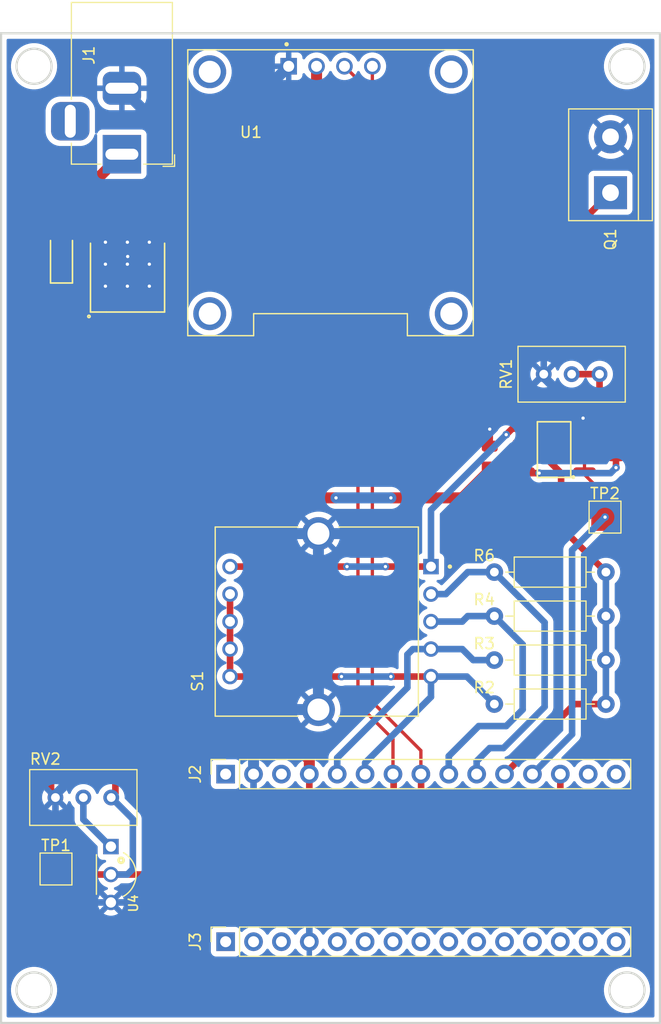
<source format=kicad_pcb>
(kicad_pcb (version 20241229) (generator "pcbnew") (generator_version "9.0")
  (layers (0 "F.Cu" signal) (2 "B.Cu" signal) (13 "F.Paste" user) (15 "B.Paste" user) (5 "F.SilkS" user "F.Silkscreen") (7 "B.SilkS" user "B.Silkscreen") (1 "F.Mask" user) (3 "B.Mask" user) (25 "Edge.Cuts" user))
  (net 0 "")
  (net 2 "GND")
  (net 3 "+9V")
  (net 4 "+5V")
  (net 5 "Net-(D1-Pad2)")
  (net 6 "Net-(U3A-+)")
  (net 7 "U_{PHTR}")
  (net 8 "U_{OUT}")
  (net 9 "A4")
  (net 10 "A5")
  (net 11 "Net-(Q1-C)")
  (net 12 "+5VRef")
  (net 13 "Net-(RV2-Pad2)")
  (net 14 "R1")
  (net 15 "R2")
  (net 16 "R3")
  (net 17 "R4")
  (footprint "PCM_JLCPCB:R_0805" (layer "F.Cu") (at 108 121.5 -90)
    (property "Reference" "R5" (hide yes))
    (property "Value" "33kΩ")
    (pad "1" smd roundrect (at -0.91 0 270) (size 1.02 1.4) (layers "F.Cu" "F.Mask" "F.Paste") (roundrect_rratio 0.243902) (net 9 "A4"))
    (pad "2" smd roundrect (at 0.91 0 270) (size 1.02 1.4) (layers "F.Cu" "F.Mask" "F.Paste") (roundrect_rratio 0.243902) (net 4 "+5V"))
  )
  (footprint "PCM_JLCPCB:C_0805" (layer "F.Cu") (at 114.5 88.5 90)
    (property "Reference" "C3" (hide yes))
    (property "Value" "100nF")
    (pad "1" smd roundrect (at -0.95 0 90) (size 1 1.45) (layers "F.Cu" "F.Mask" "F.Paste") (net 4 "+5V"))
    (pad "2" smd roundrect (at 0.95 0 90) (size 1 1.45) (layers "F.Cu" "F.Mask" "F.Paste") (net 2 "GND"))
  )
  (footprint "PCM_JLCPCB:TO-252-2_L6.5-W6.1-P4.58-LS10.0-TL" (layer "F.Cu") (at 81.5 74 90)
    (property "Reference" "U2" (hide yes))
    (property "Value" "L78M05ABDT-TR")
    (fp_line (start 4.9 -3.36) (end -1.35 -3.36) (stroke (width 0.15)) (layer "F.SilkS"))
    (fp_line (start -1.35 -3.36) (end -1.35 3.39) (stroke (width 0.15)) (layer "F.SilkS"))
    (fp_line (start -1.35 -1.91) (end -1.35 -1.92) (stroke (width 0.15)) (layer "F.SilkS"))
    (fp_line (start -1.35 2.65) (end -1.35 2.63) (stroke (width 0.15)) (layer "F.SilkS"))
    (fp_line (start 4.9 3.39) (end -1.35 3.39) (stroke (width 0.15)) (layer "F.SilkS"))
    (fp_circle (center -1.75 -3.5) (end -1.72 -3.5) (stroke (width 0.15)) (fill no) (layer "F.SilkS"))
    (pad "1" smd roundrect (at -3.48 -2.29 90) (size 2.8 1.35) (layers "F.Cu" "F.Mask" "F.Paste") (roundrect_rratio 0.1851851852) (net 3 "+9V"))
    (pad "3" smd roundrect (at -3.48 2.29 90) (size 2.8 1.5) (layers "F.Cu" "F.Mask" "F.Paste") (roundrect_rratio 0.1666666667) (net 4 "+5V"))
    (pad "4" thru_hole circle (at 1 -2 90) (size 0.4 0.4) (drill 0.3) (layers "*.Cu" "*.Mask") (net 2 "GND"))
    (pad "4" thru_hole circle (at 1 0 90) (size 0.4 0.4) (drill 0.3) (layers "*.Cu" "*.Mask") (net 2 "GND"))
    (pad "4" thru_hole circle (at 1 2 90) (size 0.4 0.4) (drill 0.3) (layers "*.Cu" "*.Mask") (net 2 "GND"))
    (pad "4" thru_hole circle (at 3 -2 90) (size 0.4 0.4) (drill 0.3) (layers "*.Cu" "*.Mask") (net 2 "GND"))
    (pad "4" thru_hole circle (at 3 0 90) (size 0.4 0.4) (drill 0.3) (layers "*.Cu" "*.Mask") (net 2 "GND"))
    (pad "4" smd roundrect (at 3 0 90) (size 5 5) (layers "B.Cu") (roundrect_rratio 0.1) (net 2 "GND"))
    (pad "4" thru_hole circle (at 3 2 90) (size 0.4 0.4) (drill 0.3) (layers "*.Cu" "*.Mask") (net 2 "GND"))
    (pad "4" smd roundrect (at 3.48 0.02 90) (size 6.5 6) (layers "F.Cu" "F.Mask" "F.Paste") (roundrect_rratio 0.04166666667) (net 2 "GND"))
    (pad "4" thru_hole circle (at 5 -2 90) (size 0.4 0.4) (drill 0.3) (layers "*.Cu" "*.Mask") (net 2 "GND"))
    (pad "4" thru_hole circle (at 5 0 90) (size 0.4 0.4) (drill 0.3) (layers "*.Cu" "*.Mask") (net 2 "GND"))
    (pad "4" thru_hole circle (at 5 2 90) (size 0.4 0.4) (drill 0.3) (layers "*.Cu" "*.Mask") (net 2 "GND"))
  )
  (footprint "Potentiometer_THT:Potentiometer_Bourns_3296W_Vertical" (layer "F.Cu") (at 124.5 81)
    (property "Reference" "RV1" (at -8.5 0 90) (layer "F.SilkS"))
    (property "Value" "10k")
    (fp_line (start -7.425 -2.53) (end -7.425 2.54) (stroke (width 0.12)) (layer "F.SilkS"))
    (fp_line (start -7.425 -2.53) (end 2.345 -2.53) (stroke (width 0.12)) (layer "F.SilkS"))
    (fp_line (start -7.425 2.54) (end 2.345 2.54) (stroke (width 0.12)) (layer "F.SilkS"))
    (fp_line (start 2.345 -2.53) (end 2.345 2.54) (stroke (width 0.12)) (layer "F.SilkS"))
    (pad "1" thru_hole circle (at 0 0) (size 1.44 1.44) (drill 0.8) (layers "*.Cu" "*.Mask") (net 6 "Net-(U3A-+)"))
    (pad "2" thru_hole circle (at -2.54 0) (size 1.44 1.44) (drill 0.8) (layers "*.Cu" "*.Mask") (net 6 "Net-(U3A-+)"))
    (pad "3" thru_hole circle (at -5.08 0) (size 1.44 1.44) (drill 0.8) (layers "*.Cu" "*.Mask") (net 2 "GND"))
  )
  (footprint "Resistor_THT:R_Axial_DIN0207_L6.3mm_D2.5mm_P10.16mm_Horizontal" (layer "F.Cu") (at 114.92 99)
    (property "Reference" "R6" (at -0.92 -1.5 0) (layer "F.SilkS"))
    (property "Value" "100k")
    (fp_line (start 1.04 0) (end 1.81 0) (stroke (width 0.12)) (layer "F.SilkS"))
    (fp_line (start 1.81 -1.37) (end 1.81 1.37) (stroke (width 0.12)) (layer "F.SilkS"))
    (fp_line (start 1.81 1.37) (end 8.35 1.37) (stroke (width 0.12)) (layer "F.SilkS"))
    (fp_line (start 8.35 -1.37) (end 1.81 -1.37) (stroke (width 0.12)) (layer "F.SilkS"))
    (fp_line (start 8.35 1.37) (end 8.35 -1.37) (stroke (width 0.12)) (layer "F.SilkS"))
    (fp_line (start 9.12 0) (end 8.35 0) (stroke (width 0.12)) (layer "F.SilkS"))
    (pad "1" thru_hole circle (at 0 0) (size 1.6 1.6) (drill 0.8) (layers "*.Cu" "*.Mask") (net 17 "R4"))
    (pad "2" thru_hole oval (at 10.16 0) (size 1.6 1.6) (drill 0.8) (layers "*.Cu" "*.Mask") (net 8 "U_{OUT}"))
  )
  (footprint "TestPoint:TestPoint_Pad_2.5x2.5mm" (layer "F.Cu") (at 125 94)
    (property "Reference" "TP2" (at 0 -2.148 0) (layer "F.SilkS"))
    (property "Value" "1.0V PhtUcc")
    (fp_line (start -1.45 -1.45) (end 1.45 -1.45) (stroke (width 0.12)) (layer "F.SilkS"))
    (fp_line (start -1.45 1.45) (end -1.45 -1.45) (stroke (width 0.12)) (layer "F.SilkS"))
    (fp_line (start 1.45 -1.45) (end 1.45 1.45) (stroke (width 0.12)) (layer "F.SilkS"))
    (fp_line (start 1.45 1.45) (end -1.45 1.45) (stroke (width 0.12)) (layer "F.SilkS"))
    (pad "1" smd rect (at 0 0) (size 2.5 2.5) (layers "F.Cu" "F.Mask") (net 7 "U_{PHTR}"))
  )
  (footprint "Resistor_THT:R_Axial_DIN0207_L6.3mm_D2.5mm_P10.16mm_Horizontal" (layer "F.Cu") (at 114.92 103)
    (property "Reference" "R4" (at -0.92 -1.5 0) (layer "F.SilkS"))
    (property "Value" "22k")
    (fp_line (start 1.04 0) (end 1.81 0) (stroke (width 0.12)) (layer "F.SilkS"))
    (fp_line (start 1.81 -1.37) (end 1.81 1.37) (stroke (width 0.12)) (layer "F.SilkS"))
    (fp_line (start 1.81 1.37) (end 8.35 1.37) (stroke (width 0.12)) (layer "F.SilkS"))
    (fp_line (start 8.35 -1.37) (end 1.81 -1.37) (stroke (width 0.12)) (layer "F.SilkS"))
    (fp_line (start 8.35 1.37) (end 8.35 -1.37) (stroke (width 0.12)) (layer "F.SilkS"))
    (fp_line (start 9.12 0) (end 8.35 0) (stroke (width 0.12)) (layer "F.SilkS"))
    (pad "1" thru_hole circle (at 0 0) (size 1.6 1.6) (drill 0.8) (layers "*.Cu" "*.Mask") (net 16 "R3"))
    (pad "2" thru_hole oval (at 10.16 0) (size 1.6 1.6) (drill 0.8) (layers "*.Cu" "*.Mask") (net 8 "U_{OUT}"))
  )
  (footprint "PCM_JLCPCB:C_0805" (layer "F.Cu") (at 75.5 114 180)
    (property "Reference" "C4" (hide yes))
    (property "Value" "100nF")
    (pad "1" smd roundrect (at -0.95 0 180) (size 1 1.45) (layers "F.Cu" "F.Mask" "F.Paste") (net 3 "+9V"))
    (pad "2" smd roundrect (at 0.95 0 180) (size 1 1.45) (layers "F.Cu" "F.Mask" "F.Paste") (net 2 "GND"))
  )
  (footprint "PCM_JLCPCB:D_SOD-123FL" (layer "F.Cu") (at 75.5 70.5 90)
    (property "Reference" "D1" (hide yes))
    (property "Value" "1N4001W")
    (fp_line (start -2.21 -1) (end 1.65 -1) (stroke (width 0.15)) (layer "F.SilkS"))
    (fp_line (start -2.21 -1) (end -2.21 1) (stroke (width 0.15)) (layer "F.SilkS"))
    (fp_line (start -2.21 1) (end 1.65 1) (stroke (width 0.15)) (layer "F.SilkS"))
    (pad "1" smd roundrect (at -1.4 0 90) (size 1.1 1.6) (layers "F.Cu" "F.Mask" "F.Paste") (roundrect_rratio 0.2272727273) (net 3 "+9V"))
    (pad "2" smd roundrect (at 1.4 0 90) (size 1.1 1.6) (layers "F.Cu" "F.Mask" "F.Paste") (roundrect_rratio 0.2272727273) (net 5 "Net-(D1-Pad2)"))
  )
  (footprint "TestPoint:TestPoint_Pad_2.5x2.5mm" (layer "F.Cu") (at 75 126)
    (property "Reference" "TP1" (at 0 -2.148 0) (layer "F.SilkS"))
    (property "Value" "5.0V Ref")
    (fp_line (start -1.45 -1.45) (end 1.45 -1.45) (stroke (width 0.12)) (layer "F.SilkS"))
    (fp_line (start -1.45 1.45) (end -1.45 -1.45) (stroke (width 0.12)) (layer "F.SilkS"))
    (fp_line (start 1.45 -1.45) (end 1.45 1.45) (stroke (width 0.12)) (layer "F.SilkS"))
    (fp_line (start 1.45 1.45) (end -1.45 1.45) (stroke (width 0.12)) (layer "F.SilkS"))
    (pad "1" smd rect (at 0 0) (size 2.5 2.5) (layers "F.Cu" "F.Mask") (net 12 "+5VRef"))
  )
  (footprint "PCM_JLCPCB:R_0805" (layer "F.Cu") (at 105.5 121.5 -90)
    (property "Reference" "R7" (hide yes))
    (property "Value" "33kΩ")
    (pad "1" smd roundrect (at -0.91 0 270) (size 1.02 1.4) (layers "F.Cu" "F.Mask" "F.Paste") (roundrect_rratio 0.243902) (net 10 "A5"))
    (pad "2" smd roundrect (at 0.91 0 270) (size 1.02 1.4) (layers "F.Cu" "F.Mask" "F.Paste") (roundrect_rratio 0.243902) (net 4 "+5V"))
  )
  (footprint "Resistor_THT:R_Axial_DIN0207_L6.3mm_D2.5mm_P10.16mm_Horizontal" (layer "F.Cu") (at 114.92 107)
    (property "Reference" "R3" (at -0.92 -1.5 0) (layer "F.SilkS"))
    (property "Value" "4.7k")
    (fp_line (start 1.04 0) (end 1.81 0) (stroke (width 0.12)) (layer "F.SilkS"))
    (fp_line (start 1.81 -1.37) (end 1.81 1.37) (stroke (width 0.12)) (layer "F.SilkS"))
    (fp_line (start 1.81 1.37) (end 8.35 1.37) (stroke (width 0.12)) (layer "F.SilkS"))
    (fp_line (start 8.35 -1.37) (end 1.81 -1.37) (stroke (width 0.12)) (layer "F.SilkS"))
    (fp_line (start 8.35 1.37) (end 8.35 -1.37) (stroke (width 0.12)) (layer "F.SilkS"))
    (fp_line (start 9.12 0) (end 8.35 0) (stroke (width 0.12)) (layer "F.SilkS"))
    (pad "1" thru_hole circle (at 0 0) (size 1.6 1.6) (drill 0.8) (layers "*.Cu" "*.Mask") (net 15 "R2"))
    (pad "2" thru_hole oval (at 10.16 0) (size 1.6 1.6) (drill 0.8) (layers "*.Cu" "*.Mask") (net 8 "U_{OUT}"))
  )
  (footprint "PCM_JLCPCB:R_0805" (layer "F.Cu") (at 126 87.5 90)
    (property "Reference" "R1" (hide yes))
    (property "Value" "33kΩ")
    (pad "1" smd roundrect (at -0.91 0 90) (size 1.02 1.4) (layers "F.Cu" "F.Mask" "F.Paste") (roundrect_rratio 0.243902) (net 4 "+5V"))
    (pad "2" smd roundrect (at 0.91 0 90) (size 1.02 1.4) (layers "F.Cu" "F.Mask" "F.Paste") (roundrect_rratio 0.243902) (net 6 "Net-(U3A-+)"))
  )
  (footprint "OtherKicadParts:TO-92-TO92-254P520H877-3" (layer "F.Cu") (at 80 126.5 -90)
    (property "Reference" "U4" (at 2.626 -2.054 90) (layer "F.SilkS") (effects (font (size 0.8 0.8))))
    (property "Value" "LM336Z5")
    (fp_line (start -1.8 1.32) (end 1.8 1.32) (stroke (width 0.127)) (layer "F.SilkS"))
    (fp_arc (start -1.98 -1.149999) (mid 0 -2.293153) (end 1.98 -1.15) (stroke (width 0.127)) (layer "F.SilkS"))
    (fp_circle (center -1.29 -0.93) (end -1.19 -0.93) (stroke (width 0.25)) (fill no) (layer "F.SilkS"))
    (pad "1" thru_hole rect (at -2.54 0 270) (size 1.41 1.41) (drill 0.94) (layers "*.Cu" "*.Mask") (net 13 "Net-(RV2-Pad2)"))
    (pad "2" thru_hole circle (at 0 0 270) (size 1.41 1.41) (drill 0.94) (layers "*.Cu" "*.Mask") (net 12 "+5VRef"))
    (pad "3" thru_hole circle (at 2.54 0 270) (size 1.41 1.41) (drill 0.94) (layers "*.Cu" "*.Mask") (net 2 "GND"))
  )
  (footprint "PCM_JLCPCB:R_0805" (layer "F.Cu") (at 79.5 114)
    (property "Reference" "R8" (hide yes))
    (property "Value" "3.9kΩ")
    (pad "1" smd roundrect (at -0.91 0) (size 1.02 1.4) (layers "F.Cu" "F.Mask" "F.Paste") (roundrect_rratio 0.243902) (net 3 "+9V"))
    (pad "2" smd roundrect (at 0.91 0) (size 1.02 1.4) (layers "F.Cu" "F.Mask" "F.Paste") (roundrect_rratio 0.243902) (net 12 "+5VRef"))
  )
  (footprint "OtherKicadParts:SW_SR1712F-0203-20F0A-N9-N-027" (layer "F.Cu") (at 100 103.5 90)
    (property "Reference" "S1" (at -5.425 -12.115 90) (layer "F.SilkS"))
    (property "Value" "SRBV181004")
    (fp_line (start 8.6 -10.5) (end -8.6 -10.5) (stroke (width 0.127)) (layer "F.SilkS"))
    (fp_line (start -8.6 -10.5) (end -8.6 -2.95) (stroke (width 0.127)) (layer "F.SilkS"))
    (fp_line (start 8.6 -2.95) (end 8.6 -10.5) (stroke (width 0.127)) (layer "F.SilkS"))
    (fp_line (start 8.6 0.74) (end 8.6 8) (stroke (width 0.127)) (layer "F.SilkS"))
    (fp_line (start -8.6 0.74) (end -8.6 8) (stroke (width 0.127)) (layer "F.SilkS"))
    (fp_line (start 8.6 8) (end -8.6 8) (stroke (width 0.127)) (layer "F.SilkS"))
    (fp_circle (center 5 10.87) (end 5.1 10.87) (stroke (width 0.2)) (fill no) (layer "F.SilkS"))
    (pad "1" thru_hole rect (at 5 9.15 90) (size 1.408 1.408) (drill 0.9) (layers "*.Cu" "*.Mask") (net 11 "Net-(Q1-C)"))
    (pad "2" thru_hole circle (at 2.5 9.15 90) (size 1.408 1.408) (drill 0.9) (layers "*.Cu" "*.Mask") (net 17 "R4"))
    (pad "3" thru_hole circle (at 0 9.15 90) (size 1.408 1.408) (drill 0.9) (layers "*.Cu" "*.Mask") (net 16 "R3"))
    (pad "4" thru_hole circle (at -2.5 9.15 90) (size 1.408 1.408) (drill 0.9) (layers "*.Cu" "*.Mask") (net 15 "R2"))
    (pad "5" thru_hole circle (at -5 9.15 90) (size 1.408 1.408) (drill 0.9) (layers "*.Cu" "*.Mask") (net 14 "R1"))
    (pad "6" thru_hole circle (at -5 -9.15 90) (size 1.408 1.408) (drill 0.9) (layers "*.Cu" "*.Mask") (net 14 "R1"))
    (pad "7" thru_hole circle (at -2.5 -9.15 90) (size 1.408 1.408) (drill 0.9) (layers "*.Cu" "*.Mask") (net 14 "R1"))
    (pad "8" thru_hole circle (at 0 -9.15 90) (size 1.408 1.408) (drill 0.9) (layers "*.Cu" "*.Mask") (net 14 "R1"))
    (pad "9" thru_hole circle (at 2.5 -9.15 90) (size 1.408 1.408) (drill 0.9) (layers "*.Cu" "*.Mask") (net 14 "R1"))
    (pad "10" thru_hole circle (at 5 -9.15 90) (size 1.408 1.408) (drill 0.9) (layers "*.Cu" "*.Mask") (net 11 "Net-(Q1-C)"))
    (pad "SH1" thru_hole circle (at 8 -1.1 90) (size 3 3) (drill 2) (layers "*.Cu" "*.Mask") (net 2 "GND"))
    (pad "SH2" thru_hole circle (at -8 -1.1 90) (size 3 3) (drill 2) (layers "*.Cu" "*.Mask") (net 2 "GND"))
  )
  (footprint "Potentiometer_THT:Potentiometer_Bourns_3296W_Vertical" (layer "F.Cu") (at 74.95 119.5 180)
    (property "Reference" "RV2" (at 0.92 3.5 0) (layer "F.SilkS"))
    (property "Value" "10k")
    (fp_line (start 2.345 -2.53) (end 2.345 2.54) (stroke (width 0.12)) (layer "F.SilkS"))
    (fp_line (start -7.425 2.54) (end 2.345 2.54) (stroke (width 0.12)) (layer "F.SilkS"))
    (fp_line (start -7.425 -2.53) (end 2.345 -2.53) (stroke (width 0.12)) (layer "F.SilkS"))
    (fp_line (start -7.425 -2.53) (end -7.425 2.54) (stroke (width 0.12)) (layer "F.SilkS"))
    (pad "1" thru_hole circle (at 0 0 180) (size 1.44 1.44) (drill 0.8) (layers "*.Cu" "*.Mask") (net 2 "GND"))
    (pad "2" thru_hole circle (at -2.54 0 180) (size 1.44 1.44) (drill 0.8) (layers "*.Cu" "*.Mask") (net 13 "Net-(RV2-Pad2)"))
    (pad "3" thru_hole circle (at -5.08 0 180) (size 1.44 1.44) (drill 0.8) (layers "*.Cu" "*.Mask") (net 12 "+5VRef"))
  )
  (footprint "Connector_PinSocket_2.54mm:PinSocket_1x15_P2.54mm_Vertical" (layer "F.Cu") (at 90.45 132.61 90)
    (property "Reference" "J3" (at 0 -2.77 90) (layer "F.SilkS"))
    (property "Value" "ArduinoNano")
    (fp_line (start 1.33 -1.33) (end 1.33 0) (stroke (width 0.12)) (layer "F.SilkS"))
    (fp_line (start 0 -1.33) (end 1.33 -1.33) (stroke (width 0.12)) (layer "F.SilkS"))
    (fp_line (start 1.33 1.27) (end 1.33 36.89) (stroke (width 0.12)) (layer "F.SilkS"))
    (fp_line (start -1.33 1.27) (end 1.33 1.27) (stroke (width 0.12)) (layer "F.SilkS"))
    (fp_line (start -1.33 1.27) (end -1.33 36.89) (stroke (width 0.12)) (layer "F.SilkS"))
    (fp_line (start -1.33 36.89) (end 1.33 36.89) (stroke (width 0.12)) (layer "F.SilkS"))
    (pad "1" thru_hole rect (at 0 0 90) (size 1.7 1.7) (drill 1) (layers "*.Cu" "*.Mask"))
    (pad "2" thru_hole oval (at 0 2.54 90) (size 1.7 1.7) (drill 1) (layers "*.Cu" "*.Mask"))
    (pad "3" thru_hole oval (at 0 5.08 90) (size 1.7 1.7) (drill 1) (layers "*.Cu" "*.Mask"))
    (pad "4" thru_hole oval (at 0 7.62 90) (size 1.7 1.7) (drill 1) (layers "*.Cu" "*.Mask") (net 2 "GND"))
    (pad "5" thru_hole oval (at 0 10.16 90) (size 1.7 1.7) (drill 1) (layers "*.Cu" "*.Mask"))
    (pad "6" thru_hole oval (at 0 12.7 90) (size 1.7 1.7) (drill 1) (layers "*.Cu" "*.Mask"))
    (pad "7" thru_hole oval (at 0 15.24 90) (size 1.7 1.7) (drill 1) (layers "*.Cu" "*.Mask"))
    (pad "8" thru_hole oval (at 0 17.78 90) (size 1.7 1.7) (drill 1) (layers "*.Cu" "*.Mask"))
    (pad "9" thru_hole oval (at 0 20.32 90) (size 1.7 1.7) (drill 1) (layers "*.Cu" "*.Mask"))
    (pad "10" thru_hole oval (at 0 22.86 90) (size 1.7 1.7) (drill 1) (layers "*.Cu" "*.Mask"))
    (pad "11" thru_hole oval (at 0 25.4 90) (size 1.7 1.7) (drill 1) (layers "*.Cu" "*.Mask"))
    (pad "12" thru_hole oval (at 0 27.94 90) (size 1.7 1.7) (drill 1) (layers "*.Cu" "*.Mask"))
    (pad "13" thru_hole oval (at 0 30.48 90) (size 1.7 1.7) (drill 1) (layers "*.Cu" "*.Mask"))
    (pad "14" thru_hole oval (at 0 33.02 90) (size 1.7 1.7) (drill 1) (layers "*.Cu" "*.Mask"))
    (pad "15" thru_hole oval (at 0 35.56 90) (size 1.7 1.7) (drill 1) (layers "*.Cu" "*.Mask"))
  )
  (footprint "Connector_BarrelJack:BarrelJack_Horizontal" (layer "F.Cu") (at 81 61 -90)
    (property "Reference" "J1" (at -9 3 90) (layer "F.SilkS"))
    (property "Value" "Barrel_Jack_Switch")
    (fp_line (start -13.8 4.6) (end -13.8 -4.6) (stroke (width 0.12)) (layer "F.SilkS"))
    (fp_line (start -5 4.6) (end -13.8 4.6) (stroke (width 0.12)) (layer "F.SilkS"))
    (fp_line (start 0.9 4.6) (end -1 4.6) (stroke (width 0.12)) (layer "F.SilkS"))
    (fp_line (start 0.9 1.9) (end 0.9 4.6) (stroke (width 0.12)) (layer "F.SilkS"))
    (fp_line (start 1.1 -3.75) (end 1.1 -4.8) (stroke (width 0.12)) (layer "F.SilkS"))
    (fp_line (start -13.8 -4.6) (end 0.9 -4.6) (stroke (width 0.12)) (layer "F.SilkS"))
    (fp_line (start 0.9 -4.6) (end 0.9 -2) (stroke (width 0.12)) (layer "F.SilkS"))
    (fp_line (start 0.05 -4.8) (end 1.1 -4.8) (stroke (width 0.12)) (layer "F.SilkS"))
    (pad "1" thru_hole rect (at 0 0 270) (size 3.5 3.5) (drill oval 1 3) (layers "*.Cu" "*.Mask") (net 5 "Net-(D1-Pad2)"))
    (pad "2" thru_hole roundrect (at -6 0 270) (size 3 3.5) (drill oval 1 3) (layers "*.Cu" "*.Mask") (net 2 "GND"))
    (pad "3" thru_hole roundrect (at -3 4.7 270) (size 3.5 3.5) (drill oval 3 1) (layers "*.Cu" "*.Mask"))
  )
  (footprint "PCM_JLCPCB:C_0805" (layer "F.Cu") (at 78 81.5)
    (property "Reference" "C1" (hide yes))
    (property "Value" "330nF")
    (pad "1" smd roundrect (at -0.95 0) (size 1 1.45) (layers "F.Cu" "F.Mask" "F.Paste") (net 3 "+9V"))
    (pad "2" smd roundrect (at 0.95 0) (size 1 1.45) (layers "F.Cu" "F.Mask" "F.Paste") (net 2 "GND"))
  )
  (footprint "PCM_JLCPCB:C_0805" (layer "F.Cu") (at 82.5 81.5 180)
    (property "Reference" "C2" (hide yes))
    (property "Value" "100nF")
    (pad "1" smd roundrect (at -0.95 0 180) (size 1 1.45) (layers "F.Cu" "F.Mask" "F.Paste") (net 4 "+5V"))
    (pad "2" smd roundrect (at 0.95 0 180) (size 1 1.45) (layers "F.Cu" "F.Mask" "F.Paste") (net 2 "GND"))
  )
  (footprint "Connector_PinSocket_2.54mm:PinSocket_1x15_P2.54mm_Vertical" (layer "F.Cu") (at 90.45 117.37 90)
    (property "Reference" "J2" (at 0 -2.77 90) (layer "F.SilkS"))
    (property "Value" "ArduinoNano")
    (fp_line (start 1.33 -1.33) (end 1.33 0) (stroke (width 0.12)) (layer "F.SilkS"))
    (fp_line (start 0 -1.33) (end 1.33 -1.33) (stroke (width 0.12)) (layer "F.SilkS"))
    (fp_line (start 1.33 1.27) (end 1.33 36.89) (stroke (width 0.12)) (layer "F.SilkS"))
    (fp_line (start -1.33 1.27) (end 1.33 1.27) (stroke (width 0.12)) (layer "F.SilkS"))
    (fp_line (start -1.33 1.27) (end -1.33 36.89) (stroke (width 0.12)) (layer "F.SilkS"))
    (fp_line (start -1.33 36.89) (end 1.33 36.89) (stroke (width 0.12)) (layer "F.SilkS"))
    (pad "1" thru_hole rect (at 0 0 90) (size 1.7 1.7) (drill 1) (layers "*.Cu" "*.Mask"))
    (pad "2" thru_hole oval (at 0 2.54 90) (size 1.7 1.7) (drill 1) (layers "*.Cu" "*.Mask") (net 2 "GND"))
    (pad "3" thru_hole oval (at 0 5.08 90) (size 1.7 1.7) (drill 1) (layers "*.Cu" "*.Mask"))
    (pad "4" thru_hole oval (at 0 7.62 90) (size 1.7 1.7) (drill 1) (layers "*.Cu" "*.Mask") (net 4 "+5V"))
    (pad "5" thru_hole oval (at 0 10.16 90) (size 1.7 1.7) (drill 1) (layers "*.Cu" "*.Mask") (net 15 "R2"))
    (pad "6" thru_hole oval (at 0 12.7 90) (size 1.7 1.7) (drill 1) (layers "*.Cu" "*.Mask") (net 14 "R1"))
    (pad "7" thru_hole oval (at 0 15.24 90) (size 1.7 1.7) (drill 1) (layers "*.Cu" "*.Mask") (net 10 "A5"))
    (pad "8" thru_hole oval (at 0 17.78 90) (size 1.7 1.7) (drill 1) (layers "*.Cu" "*.Mask") (net 9 "A4"))
    (pad "9" thru_hole oval (at 0 20.32 90) (size 1.7 1.7) (drill 1) (layers "*.Cu" "*.Mask") (net 16 "R3"))
    (pad "10" thru_hole oval (at 0 22.86 90) (size 1.7 1.7) (drill 1) (layers "*.Cu" "*.Mask") (net 17 "R4"))
    (pad "11" thru_hole oval (at 0 25.4 90) (size 1.7 1.7) (drill 1) (layers "*.Cu" "*.Mask") (net 8 "U_{OUT}"))
    (pad "12" thru_hole oval (at 0 27.94 90) (size 1.7 1.7) (drill 1) (layers "*.Cu" "*.Mask") (net 7 "U_{PHTR}"))
    (pad "13" thru_hole oval (at 0 30.48 90) (size 1.7 1.7) (drill 1) (layers "*.Cu" "*.Mask") (net 12 "+5VRef"))
    (pad "14" thru_hole oval (at 0 33.02 90) (size 1.7 1.7) (drill 1) (layers "*.Cu" "*.Mask"))
    (pad "15" thru_hole oval (at 0 35.56 90) (size 1.7 1.7) (drill 1) (layers "*.Cu" "*.Mask"))
  )
  (footprint "PCM_JLCPCB:SOIC-8_L4.9-W3.9-P1.27-LS6.0-BL" (layer "F.Cu") (at 120.36 87.86 90)
    (property "Reference" "U3" (hide yes))
    (property "Value" "MCP6002T")
    (fp_line (start 2.53 -1.52) (end 2.53 1.52) (stroke (width 0.15)) (layer "F.SilkS"))
    (fp_line (start -2.53 -1.52) (end 2.53 -1.52) (stroke (width 0.15)) (layer "F.SilkS"))
    (fp_line (start 2.53 1.52) (end -2.53 1.52) (stroke (width 0.15)) (layer "F.SilkS"))
    (fp_line (start -2.53 1.52) (end -2.53 -1.52) (stroke (width 0.15)) (layer "F.SilkS"))
    (fp_circle (center -2.5 1.75) (end -2.47 1.75) (stroke (width 0.15)) (fill no) (layer "F.SilkS"))
    (pad "1" smd oval (at -1.91 2.77 90) (size 0.59 2.05) (layers "F.Cu" "F.Mask" "F.Paste") (net 7 "U_{PHTR}"))
    (pad "2" smd oval (at -0.64 2.77 90) (size 0.59 2.05) (layers "F.Cu" "F.Mask" "F.Paste") (net 7 "U_{PHTR}"))
    (pad "3" smd oval (at 0.64 2.77 90) (size 0.59 2.05) (layers "F.Cu" "F.Mask" "F.Paste") (net 6 "Net-(U3A-+)"))
    (pad "4" smd oval (at 1.91 2.77 90) (size 0.59 2.05) (layers "F.Cu" "F.Mask" "F.Paste") (net 2 "GND"))
    (pad "5" smd oval (at 1.91 -2.77 90) (size 0.59 2.05) (layers "F.Cu" "F.Mask" "F.Paste") (net 11 "Net-(Q1-C)"))
    (pad "6" smd oval (at 0.64 -2.77 90) (size 0.59 2.05) (layers "F.Cu" "F.Mask" "F.Paste") (net 7 "U_{PHTR}"))
    (pad "7" smd oval (at -0.64 -2.77 90) (size 0.59 2.05) (layers "F.Cu" "F.Mask" "F.Paste") (net 8 "U_{OUT}"))
    (pad "8" smd oval (at -1.91 -2.77 90) (size 0.59 2.05) (layers "F.Cu" "F.Mask" "F.Paste") (net 4 "+5V"))
  )
  (footprint "Resistor_THT:R_Axial_DIN0207_L6.3mm_D2.5mm_P10.16mm_Horizontal" (layer "F.Cu") (at 114.92 111)
    (property "Reference" "R2" (at -0.92 -1.5 0) (layer "F.SilkS"))
    (property "Value" "1k")
    (fp_line (start 1.04 0) (end 1.81 0) (stroke (width 0.12)) (layer "F.SilkS"))
    (fp_line (start 1.81 -1.37) (end 1.81 1.37) (stroke (width 0.12)) (layer "F.SilkS"))
    (fp_line (start 1.81 1.37) (end 8.35 1.37) (stroke (width 0.12)) (layer "F.SilkS"))
    (fp_line (start 8.35 -1.37) (end 1.81 -1.37) (stroke (width 0.12)) (layer "F.SilkS"))
    (fp_line (start 8.35 1.37) (end 8.35 -1.37) (stroke (width 0.12)) (layer "F.SilkS"))
    (fp_line (start 9.12 0) (end 8.35 0) (stroke (width 0.12)) (layer "F.SilkS"))
    (pad "1" thru_hole circle (at 0 0) (size 1.6 1.6) (drill 0.8) (layers "*.Cu" "*.Mask") (net 14 "R1"))
    (pad "2" thru_hole oval (at 10.16 0) (size 1.6 1.6) (drill 0.8) (layers "*.Cu" "*.Mask") (net 8 "U_{OUT}"))
  )
  (footprint "TerminalBlock:TerminalBlock_bornier-2_P5.08mm" (layer "F.Cu") (at 125.5 64.5 90)
    (property "Reference" "Q1" (at -4.25 0 90) (layer "F.SilkS"))
    (property "Value" "Q_Photo_NPN")
    (fp_line (start 7.62 -3.81) (end -2.54 -3.81) (stroke (width 0.12)) (layer "F.SilkS"))
    (fp_line (start -2.54 -3.81) (end -2.54 3.81) (stroke (width 0.12)) (layer "F.SilkS"))
    (fp_line (start 7.62 2.54) (end -2.54 2.54) (stroke (width 0.12)) (layer "F.SilkS"))
    (fp_line (start 7.62 3.81) (end 7.62 -3.81) (stroke (width 0.12)) (layer "F.SilkS"))
    (fp_line (start -2.54 3.81) (end 7.62 3.81) (stroke (width 0.12)) (layer "F.SilkS"))
    (pad "1" thru_hole rect (at 0 0 90) (size 3 3) (drill 1.52) (layers "*.Cu" "*.Mask") (net 11 "Net-(Q1-C)"))
    (pad "2" thru_hole circle (at 5.08 0 90) (size 3 3) (drill 1.52) (layers "*.Cu" "*.Mask") (net 2 "GND"))
  )
  (footprint "OtherKicadParts:MODULE_DM-OLED096-636" (layer "F.Cu") (at 100 64.5)
    (property "Reference" "U1" (at -7.25 -5.5 0) (layer "F.SilkS"))
    (property "Value" "HS96L03W2C03")
    (fp_line (start -13 -13) (end 13 -13) (stroke (width 0.127)) (layer "F.SilkS"))
    (fp_line (start -13 13) (end -13 -13) (stroke (width 0.127)) (layer "F.SilkS"))
    (fp_line (start -7 11) (end -7 13) (stroke (width 0.127)) (layer "F.SilkS"))
    (fp_line (start -7 13) (end -13 13) (stroke (width 0.127)) (layer "F.SilkS"))
    (fp_line (start 7 11) (end -7 11) (stroke (width 0.127)) (layer "F.SilkS"))
    (fp_line (start 7 13) (end 7 11) (stroke (width 0.127)) (layer "F.SilkS"))
    (fp_line (start 13 -13) (end 13 13) (stroke (width 0.127)) (layer "F.SilkS"))
    (fp_line (start 13 13) (end 7 13) (stroke (width 0.127)) (layer "F.SilkS"))
    (fp_circle (center -4 -13.5) (end -3.9 -13.5) (stroke (width 0.2)) (fill no) (layer "F.SilkS"))
    (pad "1" thru_hole rect (at -3.81 -11.5) (size 1.508 1.508) (drill 1) (layers "*.Cu" "*.Mask") (net 2 "GND"))
    (pad "2" thru_hole circle (at -1.27 -11.5) (size 1.508 1.508) (drill 1) (layers "*.Cu" "*.Mask") (net 4 "+5V"))
    (pad "3" thru_hole circle (at 1.27 -11.5) (size 1.508 1.508) (drill 1) (layers "*.Cu" "*.Mask") (net 10 "A5"))
    (pad "4" thru_hole circle (at 3.81 -11.5) (size 1.508 1.508) (drill 1) (layers "*.Cu" "*.Mask") (net 9 "A4"))
    (pad "S1" thru_hole circle (at -11 -11) (size 3 3) (drill 2) (layers "*.Cu" "*.Mask"))
    (pad "S2" thru_hole circle (at 11 -11) (size 3 3) (drill 2) (layers "*.Cu" "*.Mask"))
    (pad "S3" thru_hole circle (at 11 11) (size 3 3) (drill 2) (layers "*.Cu" "*.Mask"))
    (pad "S4" thru_hole circle (at -11 11) (size 3 3) (drill 2) (layers "*.Cu" "*.Mask"))
  )
  (gr_circle (center 73 137) (end 74.6 137) (stroke (width 0.2)) (fill no) (layer "Edge.Cuts"))
  (gr_circle (center 127 53) (end 128.6 53) (stroke (width 0.2)) (fill no) (layer "Edge.Cuts"))
  (gr_rect (start 70 50) (end 130 140) (stroke (width 0.2)) (fill no) (layer "Edge.Cuts"))
  (gr_circle (center 73 53) (end 74.6 53) (stroke (width 0.2)) (fill no) (layer "Edge.Cuts"))
  (gr_circle (center 127 137) (end 128.6 137) (stroke (width 0.2)) (fill no) (layer "Edge.Cuts"))
  (segment (start 81.52 70.52) (end 81.52 81.47) (width 1) (layer "F.Cu") (net 2))
  (segment (start 119.42 81) (end 119.5 81) (width 0.6) (layer "F.Cu") (net 2))
  (segment (start 114.5 87.55) (end 114.5 86) (width 0.6) (layer "F.Cu") (net 2))
  (segment (start 81.52 81.47) (end 81.55 81.5) (width 1) (layer "F.Cu") (net 2))
  (segment (start 74.55 119.1) (end 74.95 119.5) (width 0.6) (layer "F.Cu") (net 2))
  (segment (start 74.55 114) (end 74.55 119.1) (width 0.6) (layer "F.Cu") (net 2))
  (segment (start 78.95 81.5) (end 81.55 81.5) (width 1) (layer "F.Cu") (net 2))
  (segment (start 123 85) (end 123 85.82) (width 0.6) (layer "F.Cu") (net 2))
  (segment (start 123 85.82) (end 123.13 85.95) (width 0.6) (layer "F.Cu") (net 2))
  (via (at 114.5 86) (size 0.7) (drill 0.3) (layers "F.Cu" "B.Cu") (net 2))
  (via (at 123 85) (size 0.7) (drill 0.3) (layers "F.Cu" "B.Cu") (net 2))
  (via (at 81.529141 70.300606) (size 0.7) (drill 0.3) (layers "F.Cu" "B.Cu") (net 2))
  (segment (start 74.95 125.95) (end 74.95 119.5) (width 0.6) (layer "B.Cu") (net 2))
  (segment (start 81.529141 67.970859) (end 81.529141 70.300606) (width 1) (layer "B.Cu") (net 2))
  (segment (start 92.99 118.99) (end 92.99 117.37) (width 0.6) (layer "B.Cu") (net 2))
  (segment (start 74.95 119.5) (end 74.95 119.05) (width 0.6) (layer "B.Cu") (net 2))
  (segment (start 81.5 83.75) (end 93.25 95.5) (width 1) (layer "B.Cu") (net 2))
  (segment (start 96.04 129.04) (end 98.07 131.07) (width 0.6) (layer "B.Cu") (net 2))
  (segment (start 74.95 119.05) (end 76.5 117.5) (width 0.6) (layer "B.Cu") (net 2))
  (segment (start 105 95.5) (end 114.5 86) (width 1) (layer "B.Cu") (net 2))
  (segment (start 98.9 95.5) (end 98.9 111.5) (width 1) (layer "B.Cu") (net 2))
  (segment (start 78.04 129.04) (end 74.95 125.95) (width 0.6) (layer "B.Cu") (net 2))
  (segment (start 119.42 65.5) (end 119.42 81) (width 0.6) (layer "B.Cu") (net 2))
  (segment (start 125.5 59.42) (end 119.42 65.5) (width 0.6) (layer "B.Cu") (net 2))
  (segment (start 93.25 95.5) (end 98.9 95.5) (width 1) (layer "B.Cu") (net 2))
  (segment (start 76.5 117.5) (end 84 117.5) (width 0.6) (layer "B.Cu") (net 2))
  (segment (start 81 55) (end 83 57) (width 1) (layer "B.Cu") (net 2))
  (segment (start 92.99 114.51) (end 96 111.5) (width 1) (layer "B.Cu") (net 2))
  (segment (start 98.9 95.5) (end 105 95.5) (width 1) (layer "B.Cu") (net 2))
  (segment (start 84 117.5) (end 86.5 120) (width 0.6) (layer "B.Cu") (net 2))
  (segment (start 119.42 81) (end 114.5 85.92) (width 0.6) (layer "B.Cu") (net 2))
  (segment (start 93 119) (end 92.99 118.99) (width 0.6) (layer "B.Cu") (net 2))
  (segment (start 96 111.5) (end 98.9 111.5) (width 1) (layer "B.Cu") (net 2))
  (segment (start 81.5 71) (end 81.5 83.75) (width 1) (layer "B.Cu") (net 2))
  (segment (start 114.5 85.92) (end 114.5 86) (width 0.6) (layer "B.Cu") (net 2))
  (segment (start 98.07 131.07) (end 98.07 132.61) (width 0.6) (layer "B.Cu") (net 2))
  (segment (start 86.5 120) (end 92 120) (width 0.6) (layer "B.Cu") (net 2))
  (segment (start 84.75 64.75) (end 81.529141 67.970859) (width 1) (layer "B.Cu") (net 2))
  (segment (start 119.42 81) (end 119.42 81.42) (width 0.6) (layer "B.Cu") (net 2))
  (segment (start 80 129.04) (end 96.04 129.04) (width 0.6) (layer "B.Cu") (net 2))
  (segment (start 92.19 57) (end 96.19 53) (width 1) (layer "B.Cu") (net 2))
  (segment (start 92 120) (end 93 119) (width 0.6) (layer "B.Cu") (net 2))
  (segment (start 83 57) (end 92.19 57) (width 1) (layer "B.Cu") (net 2))
  (segment (start 83 57) (end 84.75 58.75) (width 1) (layer "B.Cu") (net 2))
  (segment (start 80 129.04) (end 78.04 129.04) (width 0.6) (layer "B.Cu") (net 2))
  (segment (start 119.42 81.42) (end 123 85) (width 0.6) (layer "B.Cu") (net 2))
  (segment (start 84.75 58.75) (end 84.75 64.75) (width 1) (layer "B.Cu") (net 2))
  (segment (start 92.99 117.37) (end 92.99 114.51) (width 1) (layer "B.Cu") (net 2))
  (segment (start 77.05 81.5) (end 77.05 111.95) (width 1) (layer "F.Cu") (net 3))
  (segment (start 78.59 114) (end 76.45 114) (width 0.6) (layer "F.Cu") (net 3))
  (segment (start 75.5 74) (end 75.5 71.9) (width 1) (layer "F.Cu") (net 3))
  (segment (start 79.21 77.48) (end 78.98 77.48) (width 1) (layer "F.Cu") (net 3))
  (segment (start 77.05 111.95) (end 76.45 112.55) (width 1) (layer "F.Cu") (net 3))
  (segment (start 77.05 81.5) (end 77.05 79.64) (width 1) (layer "F.Cu") (net 3))
  (segment (start 77.05 79.64) (end 79.21 77.48) (width 1) (layer "F.Cu") (net 3))
  (segment (start 78.98 77.48) (end 75.5 74) (width 1) (layer "F.Cu") (net 3))
  (segment (start 76.45 112.55) (end 76.45 114) (width 1) (layer "F.Cu") (net 3))
  (segment (start 83.5 77.77) (end 83.5 81.45) (width 1) (layer "F.Cu") (net 4))
  (segment (start 100.5 92.25) (end 90.25 92.25) (width 1) (layer "F.Cu") (net 4))
  (segment (start 117.82 90) (end 117.59 89.77) (width 0.6) (layer "F.Cu") (net 4))
  (segment (start 119 90) (end 117.82 90) (width 0.6) (layer "F.Cu") (net 4))
  (segment (start 114.82 89.77) (end 114.5 89.45) (width 0.6) (layer "F.Cu") (net 4))
  (segment (start 83.5 81.45) (end 83.45 81.5) (width 1) (layer "F.Cu") (net 4))
  (segment (start 101.41 122.41) (end 105.5 122.41) (width 0.6) (layer "F.Cu") (net 4))
  (segment (start 98.07 119.07) (end 101.41 122.41) (width 0.6) (layer "F.Cu") (net 4))
  (segment (start 90.25 92.25) (end 83.45 85.45) (width 1) (layer "F.Cu") (net 4))
  (segment (start 83.45 85.5) (end 83.45 106.95) (width 1) (layer "F.Cu") (net 4))
  (segment (start 83.45 81.5) (end 83.45 85.5) (width 1) (layer "F.Cu") (net 4))
  (segment (start 86 70.75) (end 86 75.27) (width 1) (layer "F.Cu") (net 4))
  (segment (start 98.07 116.07) (end 98.07 117.37) (width 1) (layer "F.Cu") (net 4))
  (segment (start 98.07 117.37) (end 98.07 119.07) (width 0.6) (layer "F.Cu") (net 4))
  (segment (start 88 111.5) (end 93.5 111.5) (width 1) (layer "F.Cu") (net 4))
  (segment (start 114.5 89.75) (end 114.5 89.45) (width 1) (layer "F.Cu") (net 4))
  (segment (start 105.5 92.25) (end 112 92.25) (width 1) (layer "F.Cu") (net 4))
  (segment (start 112 92.25) (end 114.5 89.75) (width 1) (layer "F.Cu") (net 4))
  (segment (start 126 88.41) (end 126 89.5) (width 0.6) (layer "F.Cu") (net 4))
  (segment (start 86 75.27) (end 83.79 77.48) (width 1) (layer "F.Cu") (net 4))
  (segment (start 108 122.41) (end 105.5 122.41) (width 0.6) (layer "F.Cu") (net 4))
  (segment (start 83.79 77.48) (end 83.5 77.77) (width 1) (layer "F.Cu") (net 4))
  (segment (start 83.45 85.45) (end 83.45 81.5) (width 1) (layer "F.Cu") (net 4))
  (segment (start 117.59 89.77) (end 114.82 89.77) (width 0.6) (layer "F.Cu") (net 4))
  (segment (start 98.73 58.02) (end 86 70.75) (width 1) (layer "F.Cu") (net 4))
  (segment (start 83.45 106.95) (end 88 111.5) (width 1) (layer "F.Cu") (net 4))
  (segment (start 93.5 111.5) (end 98.07 116.07) (width 1) (layer "F.Cu") (net 4))
  (segment (start 98.73 53) (end 98.73 58.02) (width 1) (layer "F.Cu") (net 4))
  (via (at 105.5 92.25) (size 0.7) (drill 0.3) (layers "F.Cu" "B.Cu") (net 4))
  (via (at 126 89.5) (size 0.7) (drill 0.3) (layers "F.Cu" "B.Cu") (net 4))
  (via (at 100.5 92.25) (size 0.7) (drill 0.3) (layers "F.Cu" "B.Cu") (net 4))
  (via (at 119 90) (size 0.7) (drill 0.3) (layers "F.Cu" "B.Cu") (net 4))
  (segment (start 125.5 90) (end 126 89.5) (width 0.6) (layer "B.Cu") (net 4))
  (segment (start 119 90) (end 125.5 90) (width 0.6) (layer "B.Cu") (net 4))
  (segment (start 100.5 92.25) (end 105.5 92.25) (width 1) (layer "B.Cu") (net 4))
  (segment (start 75.5 66.5) (end 75.5 69.1) (width 1) (layer "F.Cu") (net 5))
  (segment (start 81 61) (end 75.5 66.5) (width 1) (layer "F.Cu") (net 5))
  (segment (start 124.5 81) (end 124.5 84) (width 0.6) (layer "F.Cu") (net 6))
  (segment (start 123.13 87.22) (end 124.28 87.22) (width 0.3) (layer "F.Cu") (net 6))
  (segment (start 124.28 87.22) (end 124.91 86.59) (width 0.3) (layer "F.Cu") (net 6))
  (segment (start 124.91 86.59) (end 126 86.59) (width 0.3) (layer "F.Cu") (net 6))
  (segment (start 126 85.5) (end 126 86.59) (width 0.6) (layer "F.Cu") (net 6))
  (segment (start 124.5 84) (end 126 85.5) (width 0.6) (layer "F.Cu") (net 6))
  (segment (start 121.96 81) (end 124.5 81) (width 0.6) (layer "F.Cu") (net 6))
  (segment (start 123.13 88.5) (end 122 88.5) (width 0.3) (layer "F.Cu") (net 7))
  (segment (start 123.13 90.13) (end 125 92) (width 0.3) (layer "F.Cu") (net 7))
  (segment (start 123.13 89.77) (end 123.13 88.5) (width 0.3) (layer "F.Cu") (net 7))
  (segment (start 122 88.5) (end 120.72 87.22) (width 0.3) (layer "F.Cu") (net 7))
  (segment (start 123.13 89.77) (end 123.13 90.13) (width 0.3) (layer "F.Cu") (net 7))
  (segment (start 125 92) (end 125 94) (width 0.3) (layer "F.Cu") (net 7))
  (segment (start 120.72 87.22) (end 117.59 87.22) (width 0.3) (layer "F.Cu") (net 7))
  (via (at 125 94) (size 0.7) (drill 0.3) (layers "F.Cu" "B.Cu") (net 7))
  (segment (start 122 113.75) (end 122 97) (width 0.6) (layer "B.Cu") (net 7))
  (segment (start 122 97) (end 125 94) (width 0.6) (layer "B.Cu") (net 7))
  (segment (start 118.39 117.36) (end 122 113.75) (width 0.6) (layer "B.Cu") (net 7))
  (segment (start 118.39 117.37) (end 118.39 117.36) (width 0.6) (layer "B.Cu") (net 7))
  (segment (start 115.85 117.37) (end 122.22 111) (width 0.6) (layer "F.Cu") (net 8))
  (segment (start 119.5 88.5) (end 121 90) (width 0.6) (layer "F.Cu") (net 8))
  (segment (start 121 90) (end 121 94.92) (width 0.6) (layer "F.Cu") (net 8))
  (segment (start 117.59 88.5) (end 119.5 88.5) (width 0.6) (layer "F.Cu") (net 8))
  (segment (start 122.22 111) (end 125.08 111) (width 0.6) (layer "F.Cu") (net 8))
  (segment (start 121 94.92) (end 125.08 99) (width 0.6) (layer "F.Cu") (net 8))
  (segment (start 125.08 99) (end 125.08 103) (width 0.6) (layer "B.Cu") (net 8))
  (segment (start 125.08 107) (end 125.08 111) (width 0.6) (layer "B.Cu") (net 8))
  (segment (start 125.08 103) (end 125.08 107) (width 0.6) (layer "B.Cu") (net 8))
  (segment (start 108.23 115.23) (end 103.81 110.81) (width 0.3) (layer "F.Cu") (net 9))
  (segment (start 108.25 120.34) (end 108.25 117.39) (width 0.6) (layer "F.Cu") (net 9))
  (segment (start 103.81 110.81) (end 103.81 53) (width 0.3) (layer "F.Cu") (net 9))
  (segment (start 108 120.59) (end 108.25 120.34) (width 0.6) (layer "F.Cu") (net 9))
  (segment (start 104 53.19) (end 103.81 53) (width 0.3) (layer "F.Cu") (net 9))
  (segment (start 108.23 117.37) (end 108.23 115.23) (width 0.3) (layer "F.Cu") (net 9))
  (segment (start 108.25 117.39) (end 108.23 117.37) (width 0.6) (layer "F.Cu") (net 9))
  (segment (start 101.27 53) (end 102.5 54.23) (width 0.3) (layer "F.Cu") (net 10))
  (segment (start 105.69 114.19) (end 105.69 117.37) (width 0.3) (layer "F.Cu") (net 10))
  (segment (start 105.75 120.34) (end 105.75 117.43) (width 0.6) (layer "F.Cu") (net 10))
  (segment (start 102.5 54.23) (end 102.5 111) (width 0.3) (layer "F.Cu") (net 10))
  (segment (start 105.5 120.59) (end 105.75 120.34) (width 0.6) (layer "F.Cu") (net 10))
  (segment (start 102.5 111) (end 105.69 114.19) (width 0.3) (layer "F.Cu") (net 10))
  (segment (start 105.75 117.43) (end 105.69 117.37) (width 0.6) (layer "F.Cu") (net 10))
  (segment (start 105 98.5) (end 109.15 98.5) (width 0.6) (layer "F.Cu") (net 11))
  (segment (start 116.55 85.95) (end 116 86.5) (width 0.6) (layer "F.Cu") (net 11))
  (segment (start 90.85 98.5) (end 101.5 98.5) (width 0.6) (layer "F.Cu") (net 11))
  (segment (start 117.59 85.95) (end 117.59 72.41) (width 0.6) (layer "F.Cu") (net 11))
  (segment (start 117.59 85.95) (end 116.55 85.95) (width 0.6) (layer "F.Cu") (net 11))
  (segment (start 117.59 72.41) (end 125.5 64.5) (width 0.6) (layer "F.Cu") (net 11))
  (via (at 116 86.5) (size 0.7) (drill 0.3) (layers "F.Cu" "B.Cu") (net 11))
  (via (at 105 98.5) (size 0.7) (drill 0.3) (layers "F.Cu" "B.Cu") (net 11))
  (via (at 101.5 98.5) (size 0.7) (drill 0.3) (layers "F.Cu" "B.Cu") (net 11))
  (segment (start 101.5 98.5) (end 105 98.5) (width 0.6) (layer "B.Cu") (net 11))
  (segment (start 116 86.5) (end 109.15 93.35) (width 0.6) (layer "B.Cu") (net 11))
  (segment (start 109.15 93.35) (end 109.15 98.5) (width 0.6) (layer "B.Cu") (net 11))
  (segment (start 113.75 126.5) (end 80 126.5) (width 0.6) (layer "F.Cu") (net 12))
  (segment (start 75.5 126.5) (end 75 126) (width 0.6) (layer "F.Cu") (net 12))
  (segment (start 120.93 117.37) (end 120.93 119.32) (width 0.6) (layer "F.Cu") (net 12))
  (segment (start 120.93 119.32) (end 113.75 126.5) (width 0.6) (layer "F.Cu") (net 12))
  (segment (start 80.41 119.12) (end 80.03 119.5) (width 0.6) (layer "F.Cu") (net 12))
  (segment (start 80 126.5) (end 75.5 126.5) (width 0.6) (layer "F.Cu") (net 12))
  (segment (start 80.41 114) (end 80.41 119.12) (width 0.6) (layer "F.Cu") (net 12))
  (segment (start 80 126.5) (end 81.5 126.5) (width 0.6) (layer "B.Cu") (net 12))
  (segment (start 82 126) (end 82 121.47) (width 0.6) (layer "B.Cu") (net 12))
  (segment (start 81.5 126.5) (end 82 126) (width 0.6) (layer "B.Cu") (net 12))
  (segment (start 82 121.47) (end 80.03 119.5) (width 0.6) (layer "B.Cu") (net 12))
  (segment (start 79.96 123.96) (end 77.49 121.49) (width 0.6) (layer "B.Cu") (net 13))
  (segment (start 77.49 121.49) (end 77.49 119.5) (width 0.6) (layer "B.Cu") (net 13))
  (segment (start 80 123.96) (end 79.96 123.96) (width 0.6) (layer "B.Cu") (net 13))
  (segment (start 90.85 103.5) (end 90.85 106) (width 0.6) (layer "F.Cu") (net 14))
  (segment (start 101 108.5) (end 90.85 108.5) (width 0.6) (layer "F.Cu") (net 14))
  (segment (start 109.15 108.5) (end 105.5 108.5) (width 0.6) (layer "F.Cu") (net 14))
  (segment (start 90.85 101) (end 90.85 103.5) (width 0.6) (layer "F.Cu") (net 14))
  (segment (start 90.85 108.5) (end 90.85 106) (width 0.6) (layer "F.Cu") (net 14))
  (via (at 101 108.5) (size 0.7) (drill 0.3) (layers "F.Cu" "B.Cu") (net 14))
  (via (at 105.5 108.5) (size 0.7) (drill 0.3) (layers "F.Cu" "B.Cu") (net 14))
  (segment (start 105.5 108.5) (end 101 108.5) (width 0.6) (layer "B.Cu") (net 14))
  (segment (start 109.15 108.5) (end 109.15 110.35) (width 0.6) (layer "B.Cu") (net 14))
  (segment (start 112.42 108.5) (end 109.15 108.5) (width 0.6) (layer "B.Cu") (net 14))
  (segment (start 114.92 111) (end 112.42 108.5) (width 0.6) (layer "B.Cu") (net 14))
  (segment (start 109.15 110.35) (end 103.15 116.35) (width 0.6) (layer "B.Cu") (net 14))
  (segment (start 103.15 116.35) (end 103.15 117.37) (width 0.6) (layer "B.Cu") (net 14))
  (segment (start 100.61 117.37) (end 100.61 115.89) (width 0.6) (layer "B.Cu") (net 15))
  (segment (start 113 107) (end 112 106) (width 0.6) (layer "B.Cu") (net 15))
  (segment (start 107 106.5) (end 107.5 106) (width 0.6) (layer "B.Cu") (net 15))
  (segment (start 114.92 107) (end 113 107) (width 0.6) (layer "B.Cu") (net 15))
  (segment (start 107 109.5) (end 107 106.5) (width 0.6) (layer "B.Cu") (net 15))
  (segment (start 112 106) (end 109.15 106) (width 0.6) (layer "B.Cu") (net 15))
  (segment (start 107.5 106) (end 109.15 106) (width 0.6) (layer "B.Cu") (net 15))
  (segment (start 100.61 115.89) (end 107 109.5) (width 0.6) (layer "B.Cu") (net 15))
  (segment (start 114.92 103) (end 112.5 103) (width 0.6) (layer "B.Cu") (net 16))
  (segment (start 117.5 111.5) (end 116 113) (width 0.6) (layer "B.Cu") (net 16))
  (segment (start 117.5 105.58) (end 117.5 111.5) (width 0.6) (layer "B.Cu") (net 16))
  (segment (start 114.92 103) (end 117.5 105.58) (width 0.6) (layer "B.Cu") (net 16))
  (segment (start 112 103.5) (end 109.15 103.5) (width 0.6) (layer "B.Cu") (net 16))
  (segment (start 112.5 103) (end 112 103.5) (width 0.6) (layer "B.Cu") (net 16))
  (segment (start 110.77 115.73) (end 110.77 117.37) (width 0.6) (layer "B.Cu") (net 16))
  (segment (start 116 113) (end 113.5 113) (width 0.6) (layer "B.Cu") (net 16))
  (segment (start 113.5 113) (end 110.77 115.73) (width 0.6) (layer "B.Cu") (net 16))
  (segment (start 110.5 101) (end 109.15 101) (width 0.6) (layer "B.Cu") (net 17))
  (segment (start 113.31 116.19) (end 114.5 115) (width 0.6) (layer "B.Cu") (net 17))
  (segment (start 119.5 103.58) (end 114.92 99) (width 0.6) (layer "B.Cu") (net 17))
  (segment (start 114.5 115) (end 115.75 115) (width 0.6) (layer "B.Cu") (net 17))
  (segment (start 112.5 99) (end 110.5 101) (width 0.6) (layer "B.Cu") (net 17))
  (segment (start 119.5 111.25) (end 119.5 103.58) (width 0.6) (layer "B.Cu") (net 17))
  (segment (start 114.92 99) (end 112.5 99) (width 0.6) (layer "B.Cu") (net 17))
  (segment (start 113.31 117.37) (end 113.31 116.19) (width 0.6) (layer "B.Cu") (net 17))
  (segment (start 115.75 115) (end 119.5 111.25) (width 0.6) (layer "B.Cu") (net 17))
  (zone (net 2) (net_name "GND") (layer "B.Cu") (connect_pads (clearance 0.5)) (min_thickness 0.25) (fill yes (thermal_gap 0.5) (thermal_bridge_width 0.5))
    (polygon (pts (xy 70 50) (xy 130 50) (xy 130 140) (xy 70 140)))
  )
)
</source>
